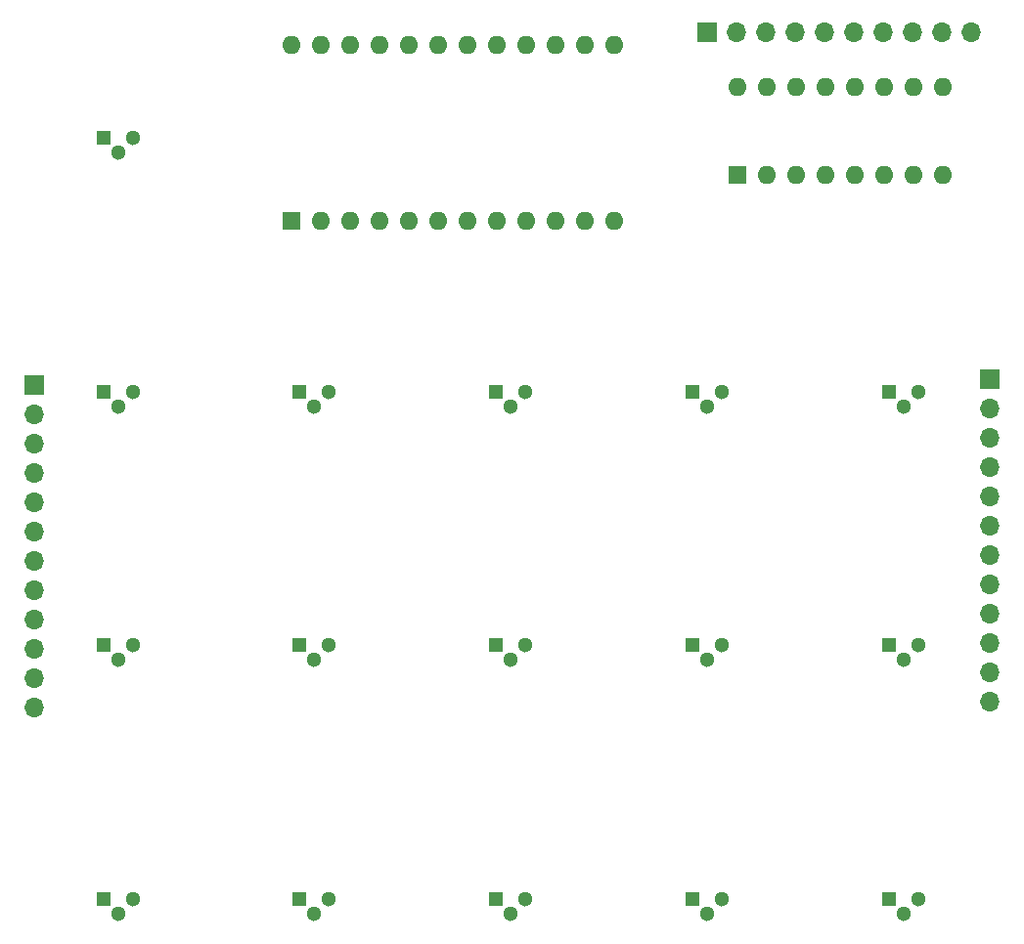
<source format=gts>
G04 #@! TF.GenerationSoftware,KiCad,Pcbnew,7.0.6*
G04 #@! TF.CreationDate,2023-08-02T15:09:41-04:00*
G04 #@! TF.ProjectId,Turing Machine State,54757269-6e67-4204-9d61-6368696e6520,rev?*
G04 #@! TF.SameCoordinates,Original*
G04 #@! TF.FileFunction,Soldermask,Top*
G04 #@! TF.FilePolarity,Negative*
%FSLAX46Y46*%
G04 Gerber Fmt 4.6, Leading zero omitted, Abs format (unit mm)*
G04 Created by KiCad (PCBNEW 7.0.6) date 2023-08-02 15:09:41*
%MOMM*%
%LPD*%
G01*
G04 APERTURE LIST*
%ADD10C,1.300000*%
%ADD11O,1.600000X1.600000*%
%ADD12R,1.600000X1.600000*%
%ADD13O,1.700000X1.700000*%
%ADD14R,1.700000X1.700000*%
%ADD15R,1.300000X1.300000*%
G04 APERTURE END LIST*
D10*
X58771400Y-94139600D03*
X109771400Y-94139600D03*
X74501400Y-117409600D03*
X126771400Y-94139600D03*
X92771400Y-116139600D03*
X108501400Y-73409600D03*
X125501400Y-73409600D03*
X75771400Y-94139600D03*
X91501400Y-73409600D03*
X57501400Y-51409600D03*
X57501400Y-117409600D03*
X57501400Y-95409600D03*
X125501400Y-117409600D03*
X109771400Y-116139600D03*
X91501400Y-117409600D03*
X108501400Y-95409600D03*
D11*
X116170000Y-45750000D03*
D12*
X111090000Y-53370000D03*
D11*
X113630000Y-53370000D03*
X116170000Y-53370000D03*
X118710000Y-53370000D03*
X121250000Y-53370000D03*
X123790000Y-53370000D03*
X126330000Y-53370000D03*
X128870000Y-53370000D03*
X118710000Y-45750000D03*
X126330000Y-45750000D03*
X128870000Y-45750000D03*
X123790000Y-45750000D03*
X121250000Y-45750000D03*
X111090000Y-45750000D03*
X113630000Y-45750000D03*
D10*
X74501400Y-95409600D03*
X75771400Y-116139600D03*
D13*
X50250000Y-74090000D03*
X50250000Y-76630000D03*
X50250000Y-79170000D03*
X50250000Y-81710000D03*
X50250000Y-84250000D03*
X50250000Y-86790000D03*
X50250000Y-99490000D03*
D14*
X50250000Y-71550000D03*
D13*
X50250000Y-89330000D03*
X50250000Y-91870000D03*
X50250000Y-94410000D03*
X50250000Y-96950000D03*
D10*
X74501400Y-73409600D03*
X58771400Y-50139600D03*
D12*
X72491600Y-57327800D03*
D11*
X95351600Y-42087800D03*
X100431600Y-57327800D03*
X92811600Y-57327800D03*
X90271600Y-57327800D03*
X87731600Y-57327800D03*
X85191600Y-57327800D03*
X82651600Y-57327800D03*
X80111600Y-57327800D03*
X77571600Y-57327800D03*
X75031600Y-57327800D03*
X75031600Y-42087800D03*
X77571600Y-42087800D03*
X80111600Y-42087800D03*
X82651600Y-42087800D03*
X85191600Y-42087800D03*
X87731600Y-42087800D03*
X90271600Y-42087800D03*
X92811600Y-42087800D03*
X95351600Y-57327800D03*
X97891600Y-57327800D03*
X97891600Y-42087800D03*
X100431600Y-42087800D03*
X72491600Y-42087800D03*
D10*
X108501400Y-117409600D03*
D13*
X133000000Y-73590000D03*
X133000000Y-76130000D03*
X133000000Y-78670000D03*
X133000000Y-81210000D03*
X133000000Y-83750000D03*
X133000000Y-86290000D03*
X133000000Y-98990000D03*
D14*
X133000000Y-71050000D03*
D13*
X133000000Y-88830000D03*
X133000000Y-91370000D03*
X133000000Y-93910000D03*
X133000000Y-96450000D03*
D10*
X58771400Y-72139600D03*
D13*
X121210000Y-41000000D03*
X128830000Y-41000000D03*
X126290000Y-41000000D03*
X123750000Y-41000000D03*
X131370000Y-41000000D03*
D14*
X108510000Y-41000000D03*
D13*
X118670000Y-41000000D03*
X116130000Y-41000000D03*
X113590000Y-41000000D03*
X111050000Y-41000000D03*
D10*
X92771400Y-94139600D03*
X91501400Y-95409600D03*
X109771400Y-72139600D03*
X58771400Y-116139600D03*
X57501400Y-73409600D03*
X92771400Y-72139600D03*
X75771400Y-72139600D03*
X126771400Y-72139600D03*
X125501400Y-95409600D03*
X126771400Y-116139600D03*
D15*
X56231400Y-72139600D03*
X90231400Y-94139600D03*
X107231400Y-116139600D03*
X56231400Y-50139600D03*
X73231400Y-116139600D03*
X56231400Y-116139600D03*
X56231400Y-94139600D03*
X124231400Y-94139600D03*
X124231400Y-72139600D03*
X90231400Y-116139600D03*
X73231400Y-72139600D03*
X73231400Y-94139600D03*
X90231400Y-72139600D03*
X107231400Y-72139600D03*
X124231400Y-116139600D03*
X107231400Y-94139600D03*
M02*

</source>
